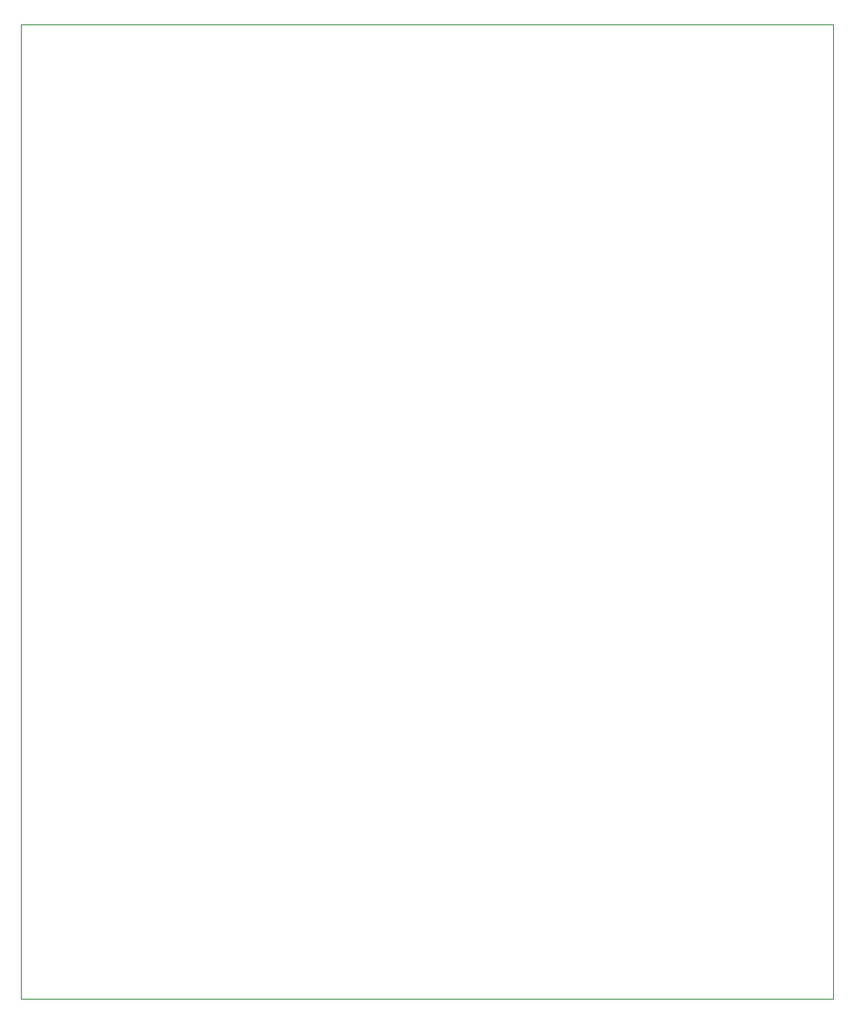
<source format=gbr>
%TF.GenerationSoftware,KiCad,Pcbnew,7.0.6*%
%TF.CreationDate,2023-11-17T09:02:37-06:00*%
%TF.ProjectId,ConnectorX,436f6e6e-6563-4746-9f72-582e6b696361,rev?*%
%TF.SameCoordinates,Original*%
%TF.FileFunction,Profile,NP*%
%FSLAX46Y46*%
G04 Gerber Fmt 4.6, Leading zero omitted, Abs format (unit mm)*
G04 Created by KiCad (PCBNEW 7.0.6) date 2023-11-17 09:02:37*
%MOMM*%
%LPD*%
G01*
G04 APERTURE LIST*
%TA.AperFunction,Profile*%
%ADD10C,0.100000*%
%TD*%
G04 APERTURE END LIST*
D10*
X195800000Y-140400000D02*
X116800000Y-140400000D01*
X195800000Y-45700000D02*
X195800000Y-140400000D01*
X116800000Y-140400000D02*
X116800000Y-45700000D01*
X116800000Y-45700000D02*
X116900000Y-45700000D01*
X116900000Y-45700000D02*
X195800000Y-45700000D01*
M02*

</source>
